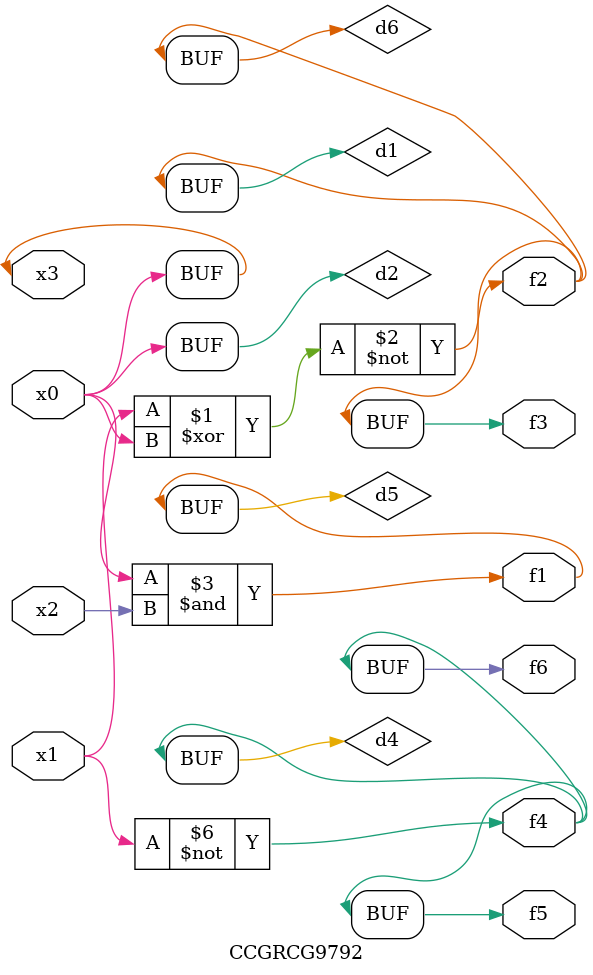
<source format=v>
module CCGRCG9792(
	input x0, x1, x2, x3,
	output f1, f2, f3, f4, f5, f6
);

	wire d1, d2, d3, d4, d5, d6;

	xnor (d1, x1, x3);
	buf (d2, x0, x3);
	nand (d3, x0, x2);
	not (d4, x1);
	nand (d5, d3);
	or (d6, d1);
	assign f1 = d5;
	assign f2 = d6;
	assign f3 = d6;
	assign f4 = d4;
	assign f5 = d4;
	assign f6 = d4;
endmodule

</source>
